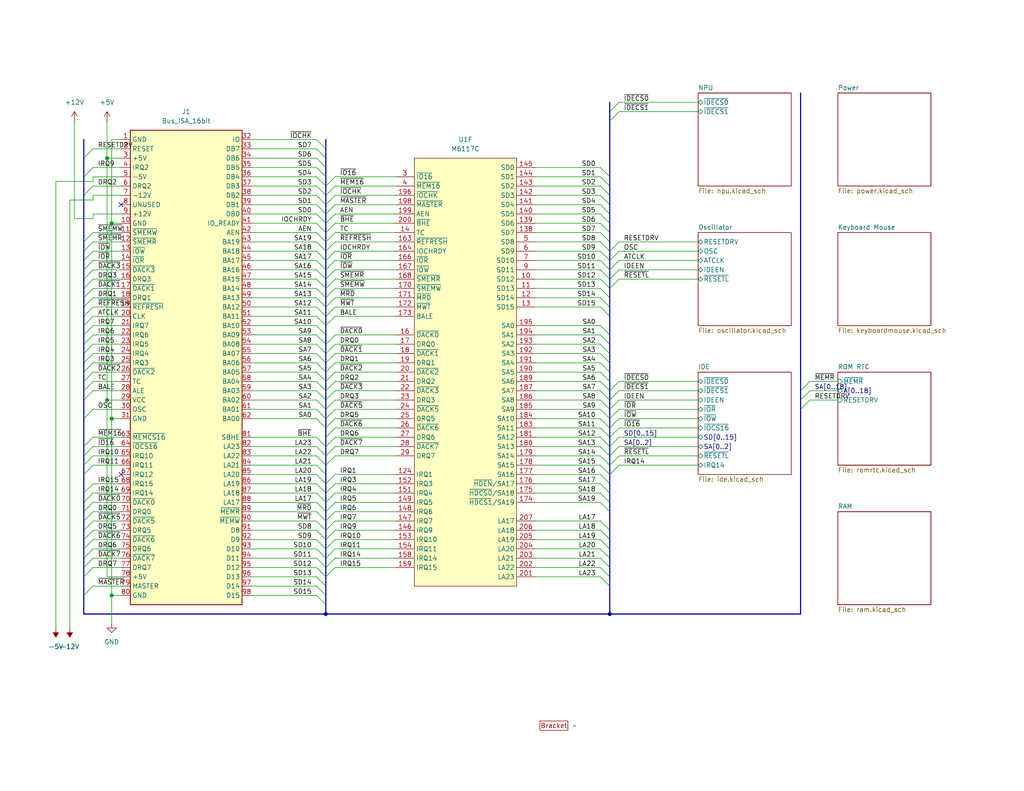
<source format=kicad_sch>
(kicad_sch (version 20250114) (generator "eeschema") (generator_version "9.0")
  (paper "USLetter")
  (junction (at 30.48 162.56))
  (junction (at 29.21 109.22))
  (junction (at 166.37 167.64))
  (junction (at 30.48 114.3))
  (junction (at 88.9 167.64))
  (junction (at 29.21 43.18))
  (junction (at 30.48 60.96))
  (no_connect (at 33.02 55.88))
  (no_connect (at 33.02 129.54))
  (bus_entry (at 86.36 55.88) (size 2.54 2.54))
  (bus_entry (at 86.36 137.16) (size 2.54 2.54))
  (bus_entry (at 168.91 127) (size -2.54 2.54))
  (bus_entry (at 91.44 60.96) (size -2.54 2.54))
  (bus_entry (at 91.44 73.66) (size -2.54 2.54))
  (bus_entry (at 86.36 78.74) (size 2.54 2.54))
  (bus_entry (at 25.4 96.52) (size -2.54 2.54))
  (bus_entry (at 25.4 78.74) (size -2.54 2.54))
  (bus_entry (at 86.36 119.38) (size 2.54 2.54))
  (bus_entry (at 163.83 109.22) (size 2.54 2.54))
  (bus_entry (at 86.36 86.36) (size 2.54 2.54))
  (bus_entry (at 163.83 91.44) (size 2.54 2.54))
  (bus_entry (at 163.83 111.76) (size 2.54 2.54))
  (bus_entry (at 91.44 99.06) (size -2.54 2.54))
  (bus_entry (at 168.91 73.66) (size -2.54 2.54))
  (bus_entry (at 168.91 104.14) (size -2.54 2.54))
  (bus_entry (at 25.4 137.16) (size -2.54 2.54))
  (bus_entry (at 25.4 139.7) (size -2.54 2.54))
  (bus_entry (at 86.36 40.64) (size 2.54 2.54))
  (bus_entry (at 25.4 50.8) (size -2.54 2.54))
  (bus_entry (at 163.83 157.48) (size 2.54 2.54))
  (bus_entry (at 91.44 48.26) (size -2.54 2.54))
  (bus_entry (at 86.36 114.3) (size 2.54 2.54))
  (bus_entry (at 86.36 109.22) (size 2.54 2.54))
  (bus_entry (at 25.4 40.64) (size -2.54 2.54))
  (bus_entry (at 91.44 111.76) (size -2.54 2.54))
  (bus_entry (at 86.36 38.1) (size 2.54 2.54))
  (bus_entry (at 91.44 132.08) (size -2.54 2.54))
  (bus_entry (at 25.4 160.02) (size -2.54 2.54))
  (bus_entry (at 91.44 134.62) (size -2.54 2.54))
  (bus_entry (at 168.91 106.68) (size -2.54 2.54))
  (bus_entry (at 168.91 109.22) (size -2.54 2.54))
  (bus_entry (at 91.44 144.78) (size -2.54 2.54))
  (bus_entry (at 25.4 45.72) (size -2.54 2.54))
  (bus_entry (at 25.4 132.08) (size -2.54 2.54))
  (bus_entry (at 25.4 121.92) (size -2.54 2.54))
  (bus_entry (at 163.83 144.78) (size 2.54 2.54))
  (bus_entry (at 86.36 63.5) (size 2.54 2.54))
  (bus_entry (at 25.4 101.6) (size -2.54 2.54))
  (bus_entry (at 163.83 124.46) (size 2.54 2.54))
  (bus_entry (at 220.98 109.22) (size -2.54 2.54))
  (bus_entry (at 25.4 63.5) (size -2.54 2.54))
  (bus_entry (at 86.36 81.28) (size 2.54 2.54))
  (bus_entry (at 86.36 124.46) (size 2.54 2.54))
  (bus_entry (at 25.4 124.46) (size -2.54 2.54))
  (bus_entry (at 86.36 162.56) (size 2.54 2.54))
  (bus_entry (at 86.36 104.14) (size 2.54 2.54))
  (bus_entry (at 91.44 147.32) (size -2.54 2.54))
  (bus_entry (at 163.83 48.26) (size 2.54 2.54))
  (bus_entry (at 86.36 45.72) (size 2.54 2.54))
  (bus_entry (at 86.36 144.78) (size 2.54 2.54))
  (bus_entry (at 25.4 154.94) (size -2.54 2.54))
  (bus_entry (at 163.83 96.52) (size 2.54 2.54))
  (bus_entry (at 163.83 71.12) (size 2.54 2.54))
  (bus_entry (at 163.83 132.08) (size 2.54 2.54))
  (bus_entry (at 86.36 76.2) (size 2.54 2.54))
  (bus_entry (at 163.83 106.68) (size 2.54 2.54))
  (bus_entry (at 168.91 119.38) (size -2.54 2.54))
  (bus_entry (at 168.91 114.3) (size -2.54 2.54))
  (bus_entry (at 163.83 50.8) (size 2.54 2.54))
  (bus_entry (at 218.44 109.22) (size 2.54 -2.54))
  (bus_entry (at 25.4 91.44) (size -2.54 2.54))
  (bus_entry (at 168.91 76.2) (size -2.54 2.54))
  (bus_entry (at 86.36 58.42) (size 2.54 2.54))
  (bus_entry (at 86.36 91.44) (size 2.54 2.54))
  (bus_entry (at 86.36 127) (size 2.54 2.54))
  (bus_entry (at 163.83 127) (size 2.54 2.54))
  (bus_entry (at 163.83 142.24) (size 2.54 2.54))
  (bus_entry (at 91.44 124.46) (size -2.54 2.54))
  (bus_entry (at 163.83 83.82) (size 2.54 2.54))
  (bus_entry (at 25.4 86.36) (size -2.54 2.54))
  (bus_entry (at 163.83 121.92) (size 2.54 2.54))
  (bus_entry (at 163.83 93.98) (size 2.54 2.54))
  (bus_entry (at 25.4 81.28) (size -2.54 2.54))
  (bus_entry (at 91.44 50.8) (size -2.54 2.54))
  (bus_entry (at 218.44 106.68) (size 2.54 -2.54))
  (bus_entry (at 86.36 149.86) (size 2.54 2.54))
  (bus_entry (at 86.36 48.26) (size 2.54 2.54))
  (bus_entry (at 91.44 78.74) (size -2.54 2.54))
  (bus_entry (at 86.36 152.4) (size 2.54 2.54))
  (bus_entry (at 163.83 129.54) (size 2.54 2.54))
  (bus_entry (at 91.44 114.3) (size -2.54 2.54))
  (bus_entry (at 86.36 71.12) (size 2.54 2.54))
  (bus_entry (at 91.44 142.24) (size -2.54 2.54))
  (bus_entry (at 25.4 99.06) (size -2.54 2.54))
  (bus_entry (at 25.4 127) (size -2.54 2.54))
  (bus_entry (at 25.4 142.24) (size -2.54 2.54))
  (bus_entry (at 163.83 78.74) (size 2.54 2.54))
  (bus_entry (at 91.44 121.92) (size -2.54 2.54))
  (bus_entry (at 163.83 134.62) (size 2.54 2.54))
  (bus_entry (at 91.44 66.04) (size -2.54 2.54))
  (bus_entry (at 25.4 71.12) (size -2.54 2.54))
  (bus_entry (at 91.44 152.4) (size -2.54 2.54))
  (bus_entry (at 163.83 81.28) (size 2.54 2.54))
  (bus_entry (at 91.44 116.84) (size -2.54 2.54))
  (bus_entry (at 168.91 30.48) (size -2.54 2.54))
  (bus_entry (at 86.36 73.66) (size 2.54 2.54))
  (bus_entry (at 91.44 129.54) (size -2.54 2.54))
  (bus_entry (at 168.91 68.58) (size -2.54 2.54))
  (bus_entry (at 25.4 66.04) (size -2.54 2.54))
  (bus_entry (at 25.4 104.14) (size -2.54 2.54))
  (bus_entry (at 163.83 114.3) (size 2.54 2.54))
  (bus_entry (at 91.44 68.58) (size -2.54 2.54))
  (bus_entry (at 168.91 121.92) (size -2.54 2.54))
  (bus_entry (at 163.83 99.06) (size 2.54 2.54))
  (bus_entry (at 86.36 121.92) (size 2.54 2.54))
  (bus_entry (at 86.36 157.48) (size 2.54 2.54))
  (bus_entry (at 163.83 68.58) (size 2.54 2.54))
  (bus_entry (at 91.44 139.7) (size -2.54 2.54))
  (bus_entry (at 91.44 101.6) (size -2.54 2.54))
  (bus_entry (at 86.36 134.62) (size 2.54 2.54))
  (bus_entry (at 163.83 53.34) (size 2.54 2.54))
  (bus_entry (at 25.4 144.78) (size -2.54 2.54))
  (bus_entry (at 25.4 111.76) (size -2.54 2.54))
  (bus_entry (at 163.83 60.96) (size 2.54 2.54))
  (bus_entry (at 86.36 88.9) (size 2.54 2.54))
  (bus_entry (at 25.4 149.86) (size -2.54 2.54))
  (bus_entry (at 86.36 66.04) (size 2.54 2.54))
  (bus_entry (at 91.44 76.2) (size -2.54 2.54))
  (bus_entry (at 163.83 104.14) (size 2.54 2.54))
  (bus_entry (at 86.36 96.52) (size 2.54 2.54))
  (bus_entry (at 25.4 106.68) (size -2.54 2.54))
  (bus_entry (at 86.36 154.94) (size 2.54 2.54))
  (bus_entry (at 91.44 154.94) (size -2.54 2.54))
  (bus_entry (at 25.4 93.98) (size -2.54 2.54))
  (bus_entry (at 168.91 124.46) (size -2.54 2.54))
  (bus_entry (at 163.83 101.6) (size 2.54 2.54))
  (bus_entry (at 86.36 147.32) (size 2.54 2.54))
  (bus_entry (at 163.83 137.16) (size 2.54 2.54))
  (bus_entry (at 91.44 93.98) (size -2.54 2.54))
  (bus_entry (at 86.36 106.68) (size 2.54 2.54))
  (bus_entry (at 86.36 53.34) (size 2.54 2.54))
  (bus_entry (at 168.91 116.84) (size -2.54 2.54))
  (bus_entry (at 25.4 68.58) (size -2.54 2.54))
  (bus_entry (at 163.83 147.32) (size 2.54 2.54))
  (bus_entry (at 86.36 142.24) (size 2.54 2.54))
  (bus_entry (at 163.83 73.66) (size 2.54 2.54))
  (bus_entry (at 163.83 154.94) (size 2.54 2.54))
  (bus_entry (at 91.44 58.42) (size -2.54 2.54))
  (bus_entry (at 91.44 86.36) (size -2.54 2.54))
  (bus_entry (at 86.36 160.02) (size 2.54 2.54))
  (bus_entry (at 91.44 106.68) (size -2.54 2.54))
  (bus_entry (at 91.44 71.12) (size -2.54 2.54))
  (bus_entry (at 91.44 96.52) (size -2.54 2.54))
  (bus_entry (at 163.83 66.04) (size 2.54 2.54))
  (bus_entry (at 168.91 66.04) (size -2.54 2.54))
  (bus_entry (at 25.4 76.2) (size -2.54 2.54))
  (bus_entry (at 168.91 27.94) (size -2.54 2.54))
  (bus_entry (at 168.91 71.12) (size -2.54 2.54))
  (bus_entry (at 91.44 83.82) (size -2.54 2.54))
  (bus_entry (at 163.83 58.42) (size 2.54 2.54))
  (bus_entry (at 25.4 119.38) (size -2.54 2.54))
  (bus_entry (at 86.36 68.58) (size 2.54 2.54))
  (bus_entry (at 91.44 53.34) (size -2.54 2.54))
  (bus_entry (at 25.4 134.62) (size -2.54 2.54))
  (bus_entry (at 163.83 55.88) (size 2.54 2.54))
  (bus_entry (at 163.83 116.84) (size 2.54 2.54))
  (bus_entry (at 86.36 139.7) (size 2.54 2.54))
  (bus_entry (at 25.4 147.32) (size -2.54 2.54))
  (bus_entry (at 163.83 45.72) (size 2.54 2.54))
  (bus_entry (at 86.36 50.8) (size 2.54 2.54))
  (bus_entry (at 25.4 73.66) (size -2.54 2.54))
  (bus_entry (at 25.4 152.4) (size -2.54 2.54))
  (bus_entry (at 91.44 81.28) (size -2.54 2.54))
  (bus_entry (at 91.44 149.86) (size -2.54 2.54))
  (bus_entry (at 86.36 111.76) (size 2.54 2.54))
  (bus_entry (at 91.44 63.5) (size -2.54 2.54))
  (bus_entry (at 86.36 99.06) (size 2.54 2.54))
  (bus_entry (at 91.44 137.16) (size -2.54 2.54))
  (bus_entry (at 86.36 83.82) (size 2.54 2.54))
  (bus_entry (at 163.83 63.5) (size 2.54 2.54))
  (bus_entry (at 91.44 119.38) (size -2.54 2.54))
  (bus_entry (at 91.44 104.14) (size -2.54 2.54))
  (bus_entry (at 86.36 43.18) (size 2.54 2.54))
  (bus_entry (at 163.83 119.38) (size 2.54 2.54))
  (bus_entry (at 163.83 149.86) (size 2.54 2.54))
  (bus_entry (at 86.36 129.54) (size 2.54 2.54))
  (bus_entry (at 86.36 132.08) (size 2.54 2.54))
  (bus_entry (at 168.91 111.76) (size -2.54 2.54))
  (bus_entry (at 86.36 60.96) (size 2.54 2.54))
  (bus_entry (at 163.83 88.9) (size 2.54 2.54))
  (bus_entry (at 25.4 83.82) (size -2.54 2.54))
  (bus_entry (at 86.36 93.98) (size 2.54 2.54))
  (bus_entry (at 86.36 101.6) (size 2.54 2.54))
  (bus_entry (at 91.44 55.88) (size -2.54 2.54))
  (bus_entry (at 163.83 76.2) (size 2.54 2.54))
  (bus_entry (at 25.4 88.9) (size -2.54 2.54))
  (bus_entry (at 163.83 152.4) (size 2.54 2.54))
  (bus_entry (at 91.44 109.22) (size -2.54 2.54))
  (bus_entry (at 91.44 91.44) (size -2.54 2.54))
  (bus (pts (xy 22.86 48.26) (xy 22.86 53.34)))
  (bus (pts (xy 166.37 106.68) (xy 166.37 109.22)))
  (wire (pts (xy 146.05 53.34) (xy 163.83 53.34)))
  (wire (pts (xy 25.4 91.44) (xy 33.02 91.44)))
  (wire (pts (xy 91.44 134.62) (xy 107.95 134.62)))
  (bus (pts (xy 88.9 119.38) (xy 88.9 121.92)))
  (wire (pts (xy 68.58 137.16) (xy 86.36 137.16)))
  (wire (pts (xy 30.48 60.96) (xy 33.02 60.96)))
  (bus (pts (xy 88.9 121.92) (xy 88.9 124.46)))
  (wire (pts (xy 68.58 154.94) (xy 86.36 154.94)))
  (wire (pts (xy 91.44 109.22) (xy 107.95 109.22)))
  (bus (pts (xy 166.37 129.54) (xy 166.37 132.08)))
  (bus (pts (xy 166.37 137.16) (xy 166.37 139.7)))
  (bus (pts (xy 166.37 55.88) (xy 166.37 58.42)))
  (wire (pts (xy 168.91 109.22) (xy 190.5 109.22)))
  (wire (pts (xy 29.21 33.02) (xy 29.21 43.18)))
  (bus (pts (xy 166.37 96.52) (xy 166.37 99.06)))
  (bus (pts (xy 88.9 91.44) (xy 88.9 93.98)))
  (wire (pts (xy 68.58 55.88) (xy 86.36 55.88)))
  (wire (pts (xy 25.4 48.26) (xy 25.4 49.53)))
  (wire (pts (xy 25.4 73.66) (xy 33.02 73.66)))
  (wire (pts (xy 25.4 86.36) (xy 33.02 86.36)))
  (wire (pts (xy 25.4 50.8) (xy 33.02 50.8)))
  (wire (pts (xy 146.05 104.14) (xy 163.83 104.14)))
  (bus (pts (xy 166.37 134.62) (xy 166.37 137.16)))
  (bus (pts (xy 22.86 106.68) (xy 22.86 109.22)))
  (wire (pts (xy 68.58 134.62) (xy 86.36 134.62)))
  (wire (pts (xy 68.58 121.92) (xy 86.36 121.92)))
  (bus (pts (xy 166.37 139.7) (xy 166.37 144.78)))
  (wire (pts (xy 146.05 114.3) (xy 163.83 114.3)))
  (wire (pts (xy 25.4 58.42) (xy 25.4 59.69)))
  (wire (pts (xy 68.58 144.78) (xy 86.36 144.78)))
  (bus (pts (xy 88.9 142.24) (xy 88.9 144.78)))
  (wire (pts (xy 91.44 104.14) (xy 107.95 104.14)))
  (wire (pts (xy 29.21 109.22) (xy 29.21 157.48)))
  (wire (pts (xy 146.05 93.98) (xy 163.83 93.98)))
  (bus (pts (xy 88.9 76.2) (xy 88.9 78.74)))
  (bus (pts (xy 22.86 38.1) (xy 22.86 43.18)))
  (bus (pts (xy 22.86 144.78) (xy 22.86 147.32)))
  (wire (pts (xy 146.05 129.54) (xy 163.83 129.54)))
  (bus (pts (xy 88.9 53.34) (xy 88.9 55.88)))
  (wire (pts (xy 91.44 53.34) (xy 107.95 53.34)))
  (wire (pts (xy 25.4 104.14) (xy 33.02 104.14)))
  (wire (pts (xy 25.4 137.16) (xy 33.02 137.16)))
  (bus (pts (xy 88.9 127) (xy 88.9 129.54)))
  (wire (pts (xy 25.4 111.76) (xy 33.02 111.76)))
  (wire (pts (xy 68.58 43.18) (xy 86.36 43.18)))
  (bus (pts (xy 22.86 154.94) (xy 22.86 157.48)))
  (wire (pts (xy 25.4 121.92) (xy 33.02 121.92)))
  (bus (pts (xy 88.9 45.72) (xy 88.9 48.26)))
  (wire (pts (xy 25.4 93.98) (xy 33.02 93.98)))
  (wire (pts (xy 25.4 49.53) (xy 15.24 49.53)))
  (bus (pts (xy 166.37 73.66) (xy 166.37 76.2)))
  (wire (pts (xy 20.32 33.02) (xy 20.32 59.69)))
  (wire (pts (xy 91.44 48.26) (xy 107.95 48.26)))
  (bus (pts (xy 166.37 93.98) (xy 166.37 96.52)))
  (wire (pts (xy 25.4 144.78) (xy 33.02 144.78)))
  (wire (pts (xy 68.58 76.2) (xy 86.36 76.2)))
  (bus (pts (xy 22.86 162.56) (xy 22.86 167.64)))
  (wire (pts (xy 91.44 154.94) (xy 107.95 154.94)))
  (bus (pts (xy 22.86 139.7) (xy 22.86 142.24)))
  (wire (pts (xy 30.48 162.56) (xy 30.48 170.18)))
  (wire (pts (xy 29.21 157.48) (xy 33.02 157.48)))
  (wire (pts (xy 68.58 66.04) (xy 86.36 66.04)))
  (wire (pts (xy 91.44 121.92) (xy 107.95 121.92)))
  (bus (pts (xy 166.37 68.58) (xy 166.37 71.12)))
  (wire (pts (xy 25.4 142.24) (xy 33.02 142.24)))
  (wire (pts (xy 220.98 106.68) (xy 228.6 106.68)))
  (bus (pts (xy 166.37 58.42) (xy 166.37 60.96)))
  (wire (pts (xy 146.05 63.5) (xy 163.83 63.5)))
  (bus (pts (xy 166.37 81.28) (xy 166.37 83.82)))
  (bus (pts (xy 22.86 91.44) (xy 22.86 93.98)))
  (bus (pts (xy 88.9 99.06) (xy 88.9 101.6)))
  (wire (pts (xy 25.4 101.6) (xy 33.02 101.6)))
  (wire (pts (xy 68.58 81.28) (xy 86.36 81.28)))
  (bus (pts (xy 166.37 86.36) (xy 166.37 91.44)))
  (wire (pts (xy 146.05 147.32) (xy 163.83 147.32)))
  (wire (pts (xy 91.44 99.06) (xy 107.95 99.06)))
  (bus (pts (xy 166.37 99.06) (xy 166.37 101.6)))
  (bus (pts (xy 166.37 149.86) (xy 166.37 152.4)))
  (wire (pts (xy 68.58 99.06) (xy 86.36 99.06)))
  (wire (pts (xy 146.05 81.28) (xy 163.83 81.28)))
  (wire (pts (xy 68.58 106.68) (xy 86.36 106.68)))
  (wire (pts (xy 168.91 76.2) (xy 190.5 76.2)))
  (wire (pts (xy 25.4 147.32) (xy 33.02 147.32)))
  (bus (pts (xy 88.9 134.62) (xy 88.9 137.16)))
  (wire (pts (xy 68.58 91.44) (xy 86.36 91.44)))
  (bus (pts (xy 22.86 134.62) (xy 22.86 137.16)))
  (wire (pts (xy 91.44 76.2) (xy 107.95 76.2)))
  (bus (pts (xy 166.37 116.84) (xy 166.37 119.38)))
  (wire (pts (xy 68.58 78.74) (xy 86.36 78.74)))
  (wire (pts (xy 146.05 154.94) (xy 163.83 154.94)))
  (wire (pts (xy 25.4 76.2) (xy 33.02 76.2)))
  (wire (pts (xy 30.48 60.96) (xy 30.48 114.3)))
  (wire (pts (xy 68.58 48.26) (xy 86.36 48.26)))
  (wire (pts (xy 91.44 111.76) (xy 107.95 111.76)))
  (wire (pts (xy 33.02 58.42) (xy 25.4 58.42)))
  (wire (pts (xy 68.58 132.08) (xy 86.36 132.08)))
  (bus (pts (xy 22.86 83.82) (xy 22.86 86.36)))
  (bus (pts (xy 22.86 142.24) (xy 22.86 144.78)))
  (wire (pts (xy 68.58 114.3) (xy 86.36 114.3)))
  (wire (pts (xy 168.91 66.04) (xy 190.5 66.04)))
  (wire (pts (xy 146.05 88.9) (xy 163.83 88.9)))
  (wire (pts (xy 146.05 121.92) (xy 163.83 121.92)))
  (wire (pts (xy 19.05 54.61) (xy 19.05 171.45)))
  (wire (pts (xy 220.98 104.14) (xy 228.6 104.14)))
  (bus (pts (xy 22.86 167.64) (xy 88.9 167.64)))
  (wire (pts (xy 168.91 104.14) (xy 190.5 104.14)))
  (wire (pts (xy 68.58 101.6) (xy 86.36 101.6)))
  (wire (pts (xy 146.05 134.62) (xy 163.83 134.62)))
  (wire (pts (xy 168.91 68.58) (xy 190.5 68.58)))
  (wire (pts (xy 146.05 66.04) (xy 163.83 66.04)))
  (wire (pts (xy 168.91 73.66) (xy 190.5 73.66)))
  (bus (pts (xy 166.37 76.2) (xy 166.37 78.74)))
  (wire (pts (xy 68.58 109.22) (xy 86.36 109.22)))
  (wire (pts (xy 220.98 109.22) (xy 228.6 109.22)))
  (wire (pts (xy 68.58 60.96) (xy 86.36 60.96)))
  (wire (pts (xy 91.44 119.38) (xy 107.95 119.38)))
  (wire (pts (xy 146.05 91.44) (xy 163.83 91.44)))
  (wire (pts (xy 91.44 55.88) (xy 107.95 55.88)))
  (bus (pts (xy 22.86 137.16) (xy 22.86 139.7)))
  (bus (pts (xy 88.9 66.04) (xy 88.9 68.58)))
  (bus (pts (xy 88.9 73.66) (xy 88.9 76.2)))
  (bus (pts (xy 166.37 60.96) (xy 166.37 63.5)))
  (wire (pts (xy 68.58 68.58) (xy 86.36 68.58)))
  (bus (pts (xy 88.9 139.7) (xy 88.9 142.24)))
  (bus (pts (xy 166.37 111.76) (xy 166.37 114.3)))
  (bus (pts (xy 166.37 104.14) (xy 166.37 106.68)))
  (wire (pts (xy 91.44 137.16) (xy 107.95 137.16)))
  (bus (pts (xy 88.9 58.42) (xy 88.9 60.96)))
  (bus (pts (xy 22.86 104.14) (xy 22.86 106.68)))
  (wire (pts (xy 168.91 116.84) (xy 190.5 116.84)))
  (wire (pts (xy 146.05 132.08) (xy 163.83 132.08)))
  (wire (pts (xy 68.58 149.86) (xy 86.36 149.86)))
  (bus (pts (xy 218.44 106.68) (xy 218.44 109.22)))
  (wire (pts (xy 91.44 68.58) (xy 107.95 68.58)))
  (bus (pts (xy 22.86 124.46) (xy 22.86 127)))
  (wire (pts (xy 146.05 45.72) (xy 163.83 45.72)))
  (bus (pts (xy 166.37 157.48) (xy 166.37 160.02)))
  (wire (pts (xy 91.44 50.8) (xy 107.95 50.8)))
  (bus (pts (xy 88.9 60.96) (xy 88.9 63.5)))
  (wire (pts (xy 68.58 96.52) (xy 86.36 96.52)))
  (bus (pts (xy 88.9 83.82) (xy 88.9 86.36)))
  (wire (pts (xy 146.05 157.48) (xy 163.83 157.48)))
  (bus (pts (xy 88.9 154.94) (xy 88.9 157.48)))
  (wire (pts (xy 68.58 71.12) (xy 86.36 71.12)))
  (wire (pts (xy 91.44 60.96) (xy 107.95 60.96)))
  (bus (pts (xy 88.9 152.4) (xy 88.9 154.94)))
  (wire (pts (xy 146.05 68.58) (xy 163.83 68.58)))
  (wire (pts (xy 68.58 139.7) (xy 86.36 139.7)))
  (wire (pts (xy 68.58 83.82) (xy 86.36 83.82)))
  (wire (pts (xy 146.05 48.26) (xy 163.83 48.26)))
  (wire (pts (xy 68.58 124.46) (xy 86.36 124.46)))
  (bus (pts (xy 166.37 101.6) (xy 166.37 104.14)))
  (bus (pts (xy 88.9 101.6) (xy 88.9 104.14)))
  (wire (pts (xy 25.4 68.58) (xy 33.02 68.58)))
  (bus (pts (xy 166.37 91.44) (xy 166.37 93.98)))
  (wire (pts (xy 25.4 124.46) (xy 33.02 124.46)))
  (wire (pts (xy 146.05 78.74) (xy 163.83 78.74)))
  (wire (pts (xy 25.4 134.62) (xy 33.02 134.62)))
  (wire (pts (xy 25.4 66.04) (xy 33.02 66.04)))
  (wire (pts (xy 146.05 50.8) (xy 163.83 50.8)))
  (wire (pts (xy 146.05 152.4) (xy 163.83 152.4)))
  (wire (pts (xy 68.58 157.48) (xy 86.36 157.48)))
  (wire (pts (xy 68.58 111.76) (xy 86.36 111.76)))
  (bus (pts (xy 88.9 157.48) (xy 88.9 160.02)))
  (bus (pts (xy 22.86 88.9) (xy 22.86 91.44)))
  (wire (pts (xy 25.4 40.64) (xy 33.02 40.64)))
  (bus (pts (xy 88.9 68.58) (xy 88.9 71.12)))
  (bus (pts (xy 88.9 38.1) (xy 88.9 40.64)))
  (bus (pts (xy 166.37 48.26) (xy 166.37 50.8)))
  (wire (pts (xy 91.44 91.44) (xy 107.95 91.44)))
  (wire (pts (xy 68.58 58.42) (xy 86.36 58.42)))
  (wire (pts (xy 146.05 149.86) (xy 163.83 149.86)))
  (wire (pts (xy 146.05 73.66) (xy 163.83 73.66)))
  (bus (pts (xy 88.9 137.16) (xy 88.9 139.7)))
  (bus (pts (xy 166.37 154.94) (xy 166.37 157.48)))
  (wire (pts (xy 91.44 73.66) (xy 107.95 73.66)))
  (wire (pts (xy 168.91 111.76) (xy 190.5 111.76)))
  (bus (pts (xy 22.86 109.22) (xy 22.86 114.3)))
  (wire (pts (xy 25.4 132.08) (xy 33.02 132.08)))
  (wire (pts (xy 15.24 171.45) (xy 15.24 49.53)))
  (wire (pts (xy 146.05 119.38) (xy 163.83 119.38)))
  (wire (pts (xy 33.02 38.1) (xy 30.48 38.1)))
  (wire (pts (xy 30.48 38.1) (xy 30.48 60.96)))
  (bus (pts (xy 88.9 93.98) (xy 88.9 96.52)))
  (bus (pts (xy 166.37 119.38) (xy 166.37 121.92)))
  (bus (pts (xy 166.37 53.34) (xy 166.37 55.88)))
  (bus (pts (xy 88.9 43.18) (xy 88.9 45.72)))
  (bus (pts (xy 88.9 96.52) (xy 88.9 99.06)))
  (bus (pts (xy 166.37 121.92) (xy 166.37 124.46)))
  (wire (pts (xy 68.58 93.98) (xy 86.36 93.98)))
  (wire (pts (xy 68.58 73.66) (xy 86.36 73.66)))
  (bus (pts (xy 88.9 111.76) (xy 88.9 114.3)))
  (wire (pts (xy 68.58 40.64) (xy 86.36 40.64)))
  (wire (pts (xy 146.05 137.16) (xy 163.83 137.16)))
  (wire (pts (xy 91.44 78.74) (xy 107.95 78.74)))
  (bus (pts (xy 218.44 25.4) (xy 218.44 106.68)))
  (wire (pts (xy 25.4 119.38) (xy 33.02 119.38)))
  (wire (pts (xy 91.44 63.5) (xy 107.95 63.5)))
  (wire (pts (xy 168.91 121.92) (xy 190.5 121.92)))
  (bus (pts (xy 88.9 78.74) (xy 88.9 81.28)))
  (wire (pts (xy 168.91 106.68) (xy 190.5 106.68)))
  (bus (pts (xy 88.9 50.8) (xy 88.9 53.34)))
  (bus (pts (xy 88.9 86.36) (xy 88.9 88.9)))
  (wire (pts (xy 168.91 71.12) (xy 190.5 71.12)))
  (bus (pts (xy 88.9 160.02) (xy 88.9 162.56)))
  (bus (pts (xy 22.86 152.4) (xy 22.86 154.94)))
  (wire (pts (xy 91.44 101.6) (xy 107.95 101.6)))
  (wire (pts (xy 91.44 152.4) (xy 107.95 152.4)))
  (bus (pts (xy 22.86 127) (xy 22.86 129.54)))
  (bus (pts (xy 22.86 99.06) (xy 22.86 101.6)))
  (wire (pts (xy 25.4 127) (xy 33.02 127)))
  (wire (pts (xy 91.44 147.32) (xy 107.95 147.32)))
  (bus (pts (xy 22.86 96.52) (xy 22.86 99.06)))
  (bus (pts (xy 166.37 71.12) (xy 166.37 73.66)))
  (bus (pts (xy 88.9 144.78) (xy 88.9 147.32)))
  (wire (pts (xy 29.21 43.18) (xy 29.21 109.22)))
  (bus (pts (xy 22.86 78.74) (xy 22.86 81.28)))
  (wire (pts (xy 30.48 162.56) (xy 33.02 162.56)))
  (wire (pts (xy 25.4 83.82) (xy 33.02 83.82)))
  (wire (pts (xy 91.44 93.98) (xy 107.95 93.98)))
  (wire (pts (xy 68.58 162.56) (xy 86.36 162.56)))
  (bus (pts (xy 22.86 121.92) (xy 22.86 124.46)))
  (bus (pts (xy 22.86 66.04) (xy 22.86 68.58)))
  (wire (pts (xy 146.05 127) (xy 163.83 127)))
  (wire (pts (xy 146.05 99.06) (xy 163.83 99.06)))
  (bus (pts (xy 166.37 83.82) (xy 166.37 86.36)))
  (bus (pts (xy 88.9 106.68) (xy 88.9 109.22)))
  (bus (pts (xy 166.37 30.48) (xy 166.37 33.02)))
  (bus (pts (xy 88.9 63.5) (xy 88.9 66.04)))
  (wire (pts (xy 30.48 114.3) (xy 30.48 162.56)))
  (wire (pts (xy 168.91 114.3) (xy 190.5 114.3)))
  (wire (pts (xy 25.4 139.7) (xy 33.02 139.7)))
  (wire (pts (xy 25.4 53.34) (xy 25.4 54.61)))
  (wire (pts (xy 25.4 160.02) (xy 33.02 160.02)))
  (bus (pts (xy 22.86 157.48) (xy 22.86 162.56)))
  (wire (pts (xy 68.58 129.54) (xy 86.36 129.54)))
  (wire (pts (xy 25.4 78.74) (xy 33.02 78.74)))
  (wire (pts (xy 91.44 132.08) (xy 107.95 132.08)))
  (bus (pts (xy 88.9 71.12) (xy 88.9 73.66)))
  (bus (pts (xy 88.9 124.46) (xy 88.9 127)))
  (bus (pts (xy 166.37 109.22) (xy 166.37 111.76)))
  (wire (pts (xy 25.4 59.69) (xy 20.32 59.69)))
  (wire (pts (xy 146.05 96.52) (xy 163.83 96.52)))
  (wire (pts (xy 68.58 53.34) (xy 86.36 53.34)))
  (wire (pts (xy 25.4 106.68) (xy 33.02 106.68)))
  (wire (pts (xy 146.05 76.2) (xy 163.83 76.2)))
  (wire (pts (xy 25.4 88.9) (xy 33.02 88.9)))
  (wire (pts (xy 68.58 119.38) (xy 86.36 119.38)))
  (wire (pts (xy 33.02 43.18) (xy 29.21 43.18)))
  (wire (pts (xy 68.58 88.9) (xy 86.36 88.9)))
  (wire (pts (xy 91.44 139.7) (xy 107.95 139.7)))
  (bus (pts (xy 166.37 27.94) (xy 166.37 30.48)))
  (bus (pts (xy 166.37 63.5) (xy 166.37 66.04)))
  (bus (pts (xy 22.86 114.3) (xy 22.86 121.92)))
  (bus (pts (xy 166.37 147.32) (xy 166.37 149.86)))
  (bus (pts (xy 218.44 111.76) (xy 218.44 167.64)))
  (bus (pts (xy 88.9 114.3) (xy 88.9 116.84)))
  (wire (pts (xy 146.05 55.88) (xy 163.83 55.88)))
  (bus (pts (xy 22.86 76.2) (xy 22.86 78.74)))
  (wire (pts (xy 91.44 106.68) (xy 107.95 106.68)))
  (wire (pts (xy 91.44 142.24) (xy 107.95 142.24)))
  (wire (pts (xy 68.58 104.14) (xy 86.36 104.14)))
  (bus (pts (xy 22.86 93.98) (xy 22.86 96.52)))
  (wire (pts (xy 68.58 152.4) (xy 86.36 152.4)))
  (bus (pts (xy 88.9 147.32) (xy 88.9 149.86)))
  (wire (pts (xy 25.4 152.4) (xy 33.02 152.4)))
  (wire (pts (xy 168.91 30.48) (xy 190.5 30.48)))
  (wire (pts (xy 168.91 127) (xy 190.5 127)))
  (wire (pts (xy 146.05 58.42) (xy 163.83 58.42)))
  (bus (pts (xy 218.44 109.22) (xy 218.44 111.76)))
  (bus (pts (xy 166.37 124.46) (xy 166.37 127)))
  (bus (pts (xy 166.37 160.02) (xy 166.37 167.64)))
  (wire (pts (xy 68.58 38.1) (xy 86.36 38.1)))
  (bus (pts (xy 166.37 50.8) (xy 166.37 53.34)))
  (bus (pts (xy 22.86 53.34) (xy 22.86 66.04)))
  (wire (pts (xy 168.91 27.94) (xy 190.5 27.94)))
  (wire (pts (xy 91.44 144.78) (xy 107.95 144.78)))
  (bus (pts (xy 22.86 71.12) (xy 22.86 73.66)))
  (wire (pts (xy 146.05 124.46) (xy 163.83 124.46)))
  (wire (pts (xy 91.44 86.36) (xy 107.95 86.36)))
  (wire (pts (xy 25.4 149.86) (xy 33.02 149.86)))
  (wire (pts (xy 146.05 83.82) (xy 163.83 83.82)))
  (bus (pts (xy 88.9 40.64) (xy 88.9 43.18)))
  (wire (pts (xy 91.44 114.3) (xy 107.95 114.3)))
  (wire (pts (xy 68.58 63.5) (xy 86.36 63.5)))
  (bus (pts (xy 22.86 73.66) (xy 22.86 76.2)))
  (wire (pts (xy 146.05 109.22) (xy 163.83 109.22)))
  (wire (pts (xy 30.48 114.3) (xy 33.02 114.3)))
  (bus (pts (xy 22.86 68.58) (xy 22.86 71.12)))
  (bus (pts (xy 88.9 88.9) (xy 88.9 91.44)))
  (wire (pts (xy 146.05 60.96) (xy 163.83 60.96)))
  (wire (pts (xy 25.4 154.94) (xy 33.02 154.94)))
  (bus (pts (xy 88.9 104.14) (xy 88.9 106.68)))
  (wire (pts (xy 25.4 63.5) (xy 33.02 63.5)))
  (bus (pts (xy 88.9 109.22) (xy 88.9 111.76)))
  (wire (pts (xy 68.58 50.8) (xy 86.36 50.8)))
  (wire (pts (xy 25.4 54.61) (xy 19.05 54.61)))
  (wire (pts (xy 91.44 58.42) (xy 107.95 58.42)))
  (wire (pts (xy 25.4 71.12) (xy 33.02 71.12)))
  (wire (pts (xy 68.58 45.72) (xy 86.36 45.72)))
  (wire (pts (xy 33.02 48.26) (xy 25.4 48.26)))
  (bus (pts (xy 166.37 66.04) (xy 166.37 68.58)))
  (wire (pts (xy 168.91 119.38) (xy 190.5 119.38)))
  (wire (pts (xy 25.4 81.28) (xy 33.02 81.28)))
  (wire (pts (xy 68.58 127) (xy 86.36 127)))
  (bus (pts (xy 166.37 114.3) (xy 166.37 116.84)))
  (wire (pts (xy 68.58 147.32) (xy 86.36 147.32)))
  (wire (pts (xy 146.05 71.12) (xy 163.83 71.12)))
  (wire (pts (xy 168.91 124.46) (xy 190.5 124.46)))
  (wire (pts (xy 68.58 160.02) (xy 86.36 160.02)))
  (bus (pts (xy 88.9 165.1) (xy 88.9 167.64)))
  (bus (pts (xy 22.86 101.6) (xy 22.86 104.14)))
  (wire (pts (xy 91.44 83.82) (xy 107.95 83.82)))
  (bus (pts (xy 22.86 147.32) (xy 22.86 149.86)))
  (wire (pts (xy 91.44 66.04) (xy 107.95 66.04)))
  (wire (pts (xy 91.44 124.46) (xy 107.95 124.46)))
  (bus (pts (xy 88.9 162.56) (xy 88.9 165.1)))
  (wire (pts (xy 25.4 96.52) (xy 33.02 96.52)))
  (bus (pts (xy 22.86 149.86) (xy 22.86 152.4)))
  (bus (pts (xy 166.37 78.74) (xy 166.37 81.28)))
  (wire (pts (xy 146.05 106.68) (xy 163.83 106.68)))
  (bus (pts (xy 22.86 81.28) (xy 22.86 83.82)))
  (bus (pts (xy 166.37 144.78) (xy 166.37 147.32)))
  (bus (pts (xy 88.9 55.88) (xy 88.9 58.42)))
  (bus (pts (xy 88.9 116.84) (xy 88.9 119.38)))
  (wire (pts (xy 146.05 101.6) (xy 163.83 101.6)))
  (wire (pts (xy 91.44 116.84) (xy 107.95 116.84)))
  (bus (pts (xy 22.86 43.18) (xy 22.86 48.26)))
  (bus (pts (xy 88.9 129.54) (xy 88.9 132.08)))
  (wire (pts (xy 91.44 71.12) (xy 107.95 71.12)))
  (bus (pts (xy 166.37 167.64) (xy 218.44 167.64)))
  (wire (pts (xy 25.4 45.72) (xy 33.02 45.72)))
  (wire (pts (xy 146.05 144.78) (xy 163.83 144.78)))
  (bus (pts (xy 88.9 167.64) (xy 166.37 167.64)))
  (wire (pts (xy 33.02 53.34) (xy 25.4 53.34)))
  (wire (pts (xy 25.4 99.06) (xy 33.02 99.06)))
  (wire (pts (xy 91.44 149.86) (xy 107.95 149.86)))
  (bus (pts (xy 166.37 132.08) (xy 166.37 134.62)))
  (bus (pts (xy 22.86 129.54) (xy 22.86 134.62)))
  (wire (pts (xy 68.58 142.24) (xy 86.36 142.24)))
  (wire (pts (xy 91.44 96.52) (xy 107.95 96.52)))
  (bus (pts (xy 88.9 149.86) (xy 88.9 152.4)))
  (bus (pts (xy 166.37 33.02) (xy 166.37 48.26)))
  (wire (pts (xy 146.05 142.24) (xy 163.83 142.24)))
  (wire (pts (xy 146.05 111.76) (xy 163.83 111.76)))
  (bus (pts (xy 88.9 81.28) (xy 88.9 83.82)))
  (bus (pts (xy 166.37 152.4) (xy 166.37 154.94)))
  (bus (pts (xy 22.86 86.36) (xy 22.86 88.9)))
  (bus (pts (xy 166.37 127) (xy 166.37 129.54)))
  (bus (pts (xy 88.9 132.08) (xy 88.9 134.62)))
  (wire (pts (xy 146.05 116.84) (xy 163.83 116.84)))
  (wire (pts (xy 91.44 81.28) (xy 107.95 81.28)))
  (bus (pts (xy 88.9 48.26) (xy 88.9 50.8)))
  (wire (pts (xy 91.44 129.54) (xy 107.95 129.54)))
  (wire (pts (xy 29.21 109.22) (xy 33.02 109.22)))
  (wire (pts (xy 68.58 86.36) (xy 86.36 86.36)))
  (label "ATCLK" (at 170.18 71.12 0))
  (label "SD14" (at 162.56 81.28 180))
  (label "~{DACK6}" (at 92.71 116.84 0))
  (label "~{BHE}" (at 92.71 60.96 0))
  (label "SD15" (at 162.56 83.82 180))
  (label "~{DACK7}" (at 92.71 121.92 0))
  (label "SD6" (at 85.09 43.18 180))
  (label "SA5" (at 162.56 101.6 180))
  (label "IRQ6" (at 26.67 91.44 0))
  (label "SA3" (at 85.09 106.68 180))
  (label "SD5" (at 85.09 45.72 180))
  (label "IRQ14" (at 170.18 127 0))
  (label "LA21" (at 85.09 127 180))
  (label "SD4" (at 162.56 55.88 180))
  (label "SD14" (at 85.09 160.02 180))
  (label "SA11" (at 85.09 86.36 180))
  (label "SA6" (at 85.09 99.06 180))
  (label "IRQ1" (at 92.71 129.54 0))
  (label "~{DACK5}" (at 92.71 111.76 0))
  (label "~{IOR}" (at 170.18 111.76 0))
  (label "DRQ1" (at 26.67 81.28 0))
  (label "~{SMEMR}" (at 26.67 66.04 0))
  (label "IRQ15" (at 26.67 132.08 0))
  (label "TC" (at 26.67 104.14 0))
  (label "LA22" (at 85.09 124.46 180))
  (label "SD[0..15]" (at 170.18 119.38 0))
  (label "DRQ2" (at 92.71 104.14 0))
  (label "SA12" (at 85.09 83.82 180))
  (label "IRQ4" (at 26.67 96.52 0))
  (label "DRQ7" (at 92.71 124.46 0))
  (label "IRQ10" (at 92.71 147.32 0))
  (label "~{IDECS0}" (at 170.18 104.14 0))
  (label "IRQ14" (at 92.71 152.4 0))
  (label "~{DACK6}" (at 26.67 147.32 0))
  (label "~{REFRESH}" (at 26.67 83.82 0))
  (label "AEN" (at 85.09 63.5 180))
  (label "SD11" (at 162.56 73.66 180))
  (label "~{IOR}" (at 92.71 71.12 0))
  (label "DRQ3" (at 92.71 109.22 0))
  (label "DRQ5" (at 92.71 114.3 0))
  (label "LA19" (at 85.09 132.08 180))
  (label "OSC" (at 26.67 111.76 0))
  (label "IOCHRDY" (at 92.71 68.58 0))
  (label "IRQ15" (at 92.71 154.94 0))
  (label "~{MEM16}" (at 26.67 119.38 0))
  (label "IRQ11" (at 26.67 127 0))
  (label "SD1" (at 162.56 48.26 180))
  (label "LA18" (at 85.09 134.62 180))
  (label "LA18" (at 162.56 144.78 180))
  (label "SA12" (at 162.56 119.38 180))
  (label "SA8" (at 162.56 109.22 180))
  (label "~{DACK0}" (at 26.67 137.16 0))
  (label "SD9" (at 162.56 68.58 180))
  (label "SA19" (at 85.09 66.04 180))
  (label "SA13" (at 162.56 121.92 180))
  (label "SD4" (at 85.09 48.26 180))
  (label "~{DACK1}" (at 92.71 96.52 0))
  (label "~{MEMR}" (at 222.25 104.14 0))
  (label "SD10" (at 85.09 149.86 180))
  (label "SD0" (at 85.09 58.42 180))
  (label "SA7" (at 162.56 106.68 180))
  (label "~{IOW}" (at 92.71 73.66 0))
  (label "DRQ0" (at 92.71 93.98 0))
  (label "~{DACK1}" (at 26.67 78.74 0))
  (label "SD3" (at 85.09 50.8 180))
  (label "SD15" (at 85.09 162.56 180))
  (label "IRQ6" (at 92.71 139.7 0))
  (label "SD8" (at 85.09 144.78 180))
  (label "SD9" (at 85.09 147.32 180))
  (label "~{IO16}" (at 26.67 121.92 0))
  (label "SA7" (at 85.09 96.52 180))
  (label "IRQ3" (at 92.71 132.08 0))
  (label "~{DACK7}" (at 26.67 152.4 0))
  (label "SA9" (at 162.56 111.76 180))
  (label "SA19" (at 162.56 137.16 180))
  (label "IDEEN" (at 170.18 109.22 0))
  (label "SA0" (at 85.09 114.3 180))
  (label "SD1" (at 85.09 55.88 180))
  (label "SA0" (at 162.56 88.9 180))
  (label "LA17" (at 85.09 137.16 180))
  (label "~{IDECS1}" (at 170.18 106.68 0))
  (label "IRQ9" (at 92.71 144.78 0))
  (label "SA2" (at 162.56 93.98 180))
  (label "SA10" (at 85.09 88.9 180))
  (label "IRQ3" (at 26.67 99.06 0))
  (label "~{MRD}" (at 85.09 139.7 180))
  (label "IRQ14" (at 26.67 134.62 0))
  (label "TC" (at 92.71 63.5 0))
  (label "LA17" (at 162.56 142.24 180))
  (label "LA23" (at 85.09 121.92 180))
  (label "IRQ5" (at 26.67 93.98 0))
  (label "SA15" (at 85.09 76.2 180))
  (label "SD7" (at 85.09 40.64 180))
  (label "IRQ11" (at 92.71 149.86 0))
  (label "IRQ5" (at 92.71 137.16 0))
  (label "BALE" (at 26.67 106.68 0))
  (label "~{BHE}" (at 85.09 119.38 180))
  (label "SD5" (at 162.56 58.42 180))
  (label "~{MWT}" (at 92.71 83.82 0))
  (label "~{IOCHK}" (at 85.09 38.1 180))
  (label "SA18" (at 162.56 134.62 180))
  (label "DRQ7" (at 26.67 154.94 0))
  (label "SA4" (at 85.09 104.14 180))
  (label "SA4" (at 162.56 99.06 180))
  (label "~{SMEMR}" (at 92.71 76.2 0))
  (label "SD8" (at 162.56 66.04 180))
  (label "ATCLK" (at 26.67 86.36 0))
  (label "~{IOW}" (at 170.18 114.3 0))
  (label "AEN" (at 92.71 58.42 0))
  (label "~{IOCHK}" (at 92.71 53.34 0))
  (label "DRQ0" (at 26.67 139.7 0))
  (label "LA19" (at 162.56 147.32 180))
  (label "~{DACK3}" (at 92.71 106.68 0))
  (label "SD7" (at 162.56 63.5 180))
  (label "SD3" (at 162.56 53.34 180))
  (label "SA16" (at 162.56 129.54 180))
  (label "SA2" (at 85.09 109.22 180))
  (label "SA6" (at 162.56 104.14 180))
  (label "SA8" (at 85.09 93.98 180))
  (label "SA1" (at 85.09 111.76 180))
  (label "BALE" (at 92.71 86.36 0))
  (label "SD2" (at 162.56 50.8 180))
  (label "~{SMEMW}" (at 92.71 78.74 0))
  (label "RESETDRV" (at 222.25 109.22 0))
  (label "~{MWT}" (at 85.09 142.24 180))
  (label "SA17" (at 85.09 71.12 180))
  (label "SA13" (at 85.09 81.28 180))
  (label "SD2" (at 85.09 53.34 180))
  (label "~{REFRESH}" (at 92.71 66.04 0))
  (label "~{DACK3}" (at 26.67 73.66 0))
  (label "~{IO16}" (at 170.18 116.84 0))
  (label "~{IDECS1}" (at 170.18 30.48 0))
  (label "IDEEN" (at 170.18 73.66 0))
  (label "IRQ7" (at 26.67 88.9 0))
  (label "SA1" (at 162.56 91.44 180))
  (label "LA23" (at 162.56 157.48 180))
  (label "RESETDRV" (at 26.67 40.64 0))
  (label "~{IOW}" (at 26.67 68.58 0))
  (label "~{IDECS0}" (at 170.18 27.94 0))
  (label "SA[0..18]" (at 222.25 106.68 0))
  (label "~{MASTER}" (at 26.67 160.02 0))
  (label "IRQ9" (at 26.67 45.72 0))
  (label "SA3" (at 162.56 96.52 180))
  (label "~{RESETL}" (at 170.18 76.2 0))
  (label "SA11" (at 162.56 116.84 180))
  (label "DRQ2" (at 26.67 50.8 0))
  (label "LA22" (at 162.56 154.94 180))
  (label "SD12" (at 85.09 154.94 180))
  (label "~{DACK2}" (at 92.71 101.6 0))
  (label "~{MRD}" (at 92.71 81.28 0))
  (label "SA10" (at 162.56 114.3 180))
  (label "SD11" (at 85.09 152.4 180))
  (label "DRQ3" (at 26.67 76.2 0))
  (label "RESETDRV" (at 170.18 66.04 0))
  (label "IRQ10" (at 26.67 124.46 0))
  (label "~{SMEMW}" (at 26.67 63.5 0))
  (label "~{RESETL}" (at 170.18 124.46 0))
  (label "~{IO16}" (at 92.71 48.26 0))
  (label "IOCHRDY" (at 85.09 60.96 180))
  (label "SA[0..2]" (at 170.18 121.92 0))
  (label "LA20" (at 85.09 129.54 180))
  (label "~{DACK5}" (at 26.67 142.24 0))
  (label "SA18" (at 85.09 68.58 180))
  (label "LA20" (at 162.56 149.86 180))
  (label "~{MASTER}" (at 92.71 55.88 0))
  (label "DRQ1" (at 92.71 99.06 0))
  (label "SD0" (at 162.56 45.72 180))
  (label "SA5" (at 85.09 101.6 180))
  (label "~{DACK2}" (at 26.67 101.6 0))
  (label "SA14" (at 85.09 78.74 180))
  (label "DRQ5" (at 26.67 144.78 0))
  (label "~{DACK0}" (at 92.71 91.44 0))
  (label "SD10" (at 162.56 71.12 180))
  (label "OSC" (at 170.18 68.58 0))
  (label "SD13" (at 162.56 78.74 180))
  (label "IRQ4" (at 92.71 134.62 0))
  (label "~{MEM16}" (at 92.71 50.8 0))
  (label "IRQ7" (at 92.71 142.24 0))
  (label "SA9" (at 85.09 91.44 180))
  (label "SA14" (at 162.56 124.46 180))
  (label "LA21" (at 162.56 152.4 180))
  (label "SA17" (at 162.56 132.08 180))
  (label "~{IOR}" (at 26.67 71.12 0))
  (label "DRQ6" (at 92.71 119.38 0))
  (label "SD6" (at 162.56 60.96 180))
  (label "DRQ6" (at 26.67 149.86 0))
  (label "SA16" (at 85.09 73.66 180))
  (label "SA15" (at 162.56 127 180))
  (label "SD13" (at 85.09 157.48 180))
  (label "SD12" (at 162.56 76.2 180))
  (symbol (lib_id "Connector:Bus_ISA_16bit") (at 50.8 101.6 0) (unit 1)
    (property "Reference" "J1" (at 50.8 30.48 0))
    (property "Value" "Bus_ISA_16bit" (at 50.8 33.02 0))
    (property "Footprint" "Connector_PCBEdge:BUS_AT" (effects (hide yes)))
    (property "Datasheet" "https://en.wikipedia.org/wiki/Industry_Standard_Architecture" (effects (hide yes)))
    (property "Description" "16-bit ISA-AT bus connector" (effects (hide yes)))
  )
  (symbol (lib_id "power:-5V") (at 15.24 171.45 180) (unit 1)
    (property "Reference" "#PWR018" (effects (hide yes)))
    (property "Value" "-5V" (at 15.24 176.53 0))
    (property "Description" "Power symbol creates a global label with name \"-5V\"" (effects (hide yes)))
  )
  (symbol (lib_id "power:GND") (at 30.48 170.18 0) (unit 1)
    (property "Reference" "#PWR017" (effects (hide yes)))
    (property "Value" "GND" (at 30.48 175.26 0))
    (property "Description" "Power symbol creates a global label with name \"GND\" , ground" (effects (hide yes)))
  )
  (symbol (lib_id "power:+12V") (at 20.32 33.02 0) (unit 1)
    (property "Reference" "#PWR019" (effects (hide yes)))
    (property "Value" "+12V" (at 20.32 27.94 0))
    (property "Description" "Power symbol creates a global label with name \"+12V\"" (effects (hide yes)))
  )
  (symbol (lib_id "pc-parts:9202") (at 151.13 198.12 0) (unit 1)
    (property "Reference" "BRACKET1" (effects (hide yes)))
    (property "Value" "~" (at 156.21 198.12 0) (effects (justify left)))
    (property "Footprint" "pc-parts:PC_BRACKET_ISA_KEYSTONE_9202_Rev1" (effects (hide yes)))
  )
  (symbol (lib_id "pc-parts:M6117C") (at 127 101.6 0) (unit 6)
    (property "Reference" "U1" (at 127 38.1 0))
    (property "Value" "M6117C" (at 127 40.64 0))
    (property "Footprint" "Package_QFP:PQFP-208_28x28mm_P0.5mm" (effects (hide yes)))
  )
  (symbol (lib_id "power:-12V") (at 19.05 171.45 180) (unit 1)
    (property "Reference" "#PWR020" (effects (hide yes)))
    (property "Value" "-12V" (at 19.05 176.53 0))
    (property "Description" "Power symbol creates a global label with name \"-12V\"" (effects (hide yes)))
  )
  (symbol (lib_id "power:+5V") (at 29.21 33.02 0) (unit 1)
    (property "Reference" "#PWR016" (effects (hide yes)))
    (property "Value" "+5V" (at 29.21 27.94 0))
    (property "Description" "Power symbol creates a global label with name \"+5V\"" (effects (hide yes)))
  )
  (sheet (at 228.6 139.7) (size 25.4 25.4) (stroke (width 0.1524))
    (property "Sheetname" "RAM" (at 228.6 138.9884 0) (effects (justify left bottom)))
    (property "Sheetfile" "ram.kicad_sch" (at 228.6 165.6846 0) (effects (justify left top)))
  )
  (sheet (at 190.5 63.5) (size 25.4 25.4) (stroke (width 0.1524))
    (property "Sheetname" "Oscillator" (at 190.5 62.7884 0) (effects (justify left bottom)))
    (property "Sheetfile" "oscillator.kicad_sch" (at 190.5 89.4846 0) (effects (justify left top)))
    (pin "RESETDRV" bidirectional (at 190.5 66.04 180))
    (pin "OSC" bidirectional (at 190.5 68.58 180))
    (pin "ATCLK" bidirectional (at 190.5 71.12 180))
    (pin "IDEEN" bidirectional (at 190.5 73.66 180))
    (pin "~{RESETL}" bidirectional (at 190.5 76.2 180))
  )
  (sheet (at 190.5 101.6) (size 25.4 27.94) (stroke (width 0.1524))
    (property "Sheetname" "IDE" (at 190.5 100.8884 0) (effects (justify left bottom)))
    (property "Sheetfile" "ide.kicad_sch" (at 190.5 130.1246 0) (effects (justify left top)))
    (pin "~{IDECS0}" bidirectional (at 190.5 104.14 180))
    (pin "~{IDECS1}" bidirectional (at 190.5 106.68 180))
    (pin "IDEEN" bidirectional (at 190.5 109.22 180))
    (pin "~{IOR}" bidirectional (at 190.5 111.76 180))
    (pin "~{IOW}" bidirectional (at 190.5 114.3 180))
    (pin "~{IOCS16}" bidirectional (at 190.5 116.84 180))
    (pin "SD[0..15]" bidirectional (at 190.5 119.38 180))
    (pin "SA[0..2]" bidirectional (at 190.5 121.92 180))
    (pin "~{RESETL}" bidirectional (at 190.5 124.46 180))
    (pin "IRQ14" bidirectional (at 190.5 127 180))
  )
  (sheet (at 228.6 101.6) (size 25.4 25.4) (stroke (width 0.1524))
    (property "Sheetname" "ROM RTC" (at 228.6 100.8884 0) (effects (justify left bottom)))
    (property "Sheetfile" "romrtc.kicad_sch" (at 228.6 127.5846 0) (effects (justify left top)))
    (pin "~{MEMR}" input (at 228.6 104.14 180))
    (pin "A[0..18]" bidirectional (at 228.6 106.68 180))
    (pin "RESETDRV" input (at 228.6 109.22 180))
  )
  (sheet (at 190.5 25.4) (size 25.4 25.4) (stroke (width 0.1524))
    (property "Sheetname" "NPU" (at 190.5 24.6884 0) (effects (justify left bottom)))
    (property "Sheetfile" "npu.kicad_sch" (at 190.5 51.3846 0) (effects (justify left top)))
    (pin "~{IDECS1}" bidirectional (at 190.5 30.48 180))
    (pin "~{IDECS0}" bidirectional (at 190.5 27.94 180))
  )
  (sheet (at 228.6 25.4) (size 25.4 25.4) (stroke (width 0.1524))
    (property "Sheetname" "Power" (at 228.6 24.6884 0) (effects (justify left bottom)))
    (property "Sheetfile" "power.kicad_sch" (at 228.6 51.3846 0) (effects (justify left top)))
  )
  (sheet (at 228.6 63.5) (size 25.4 25.4) (stroke (width 0.1524))
    (property "Sheetname" "Keyboard Mouse" (at 228.6 62.7884 0) (effects (justify left bottom)))
    (property "Sheetfile" "keyboardmouse.kicad_sch" (at 228.6 89.4846 0) (effects (justify left top)))
  )
)
</source>
